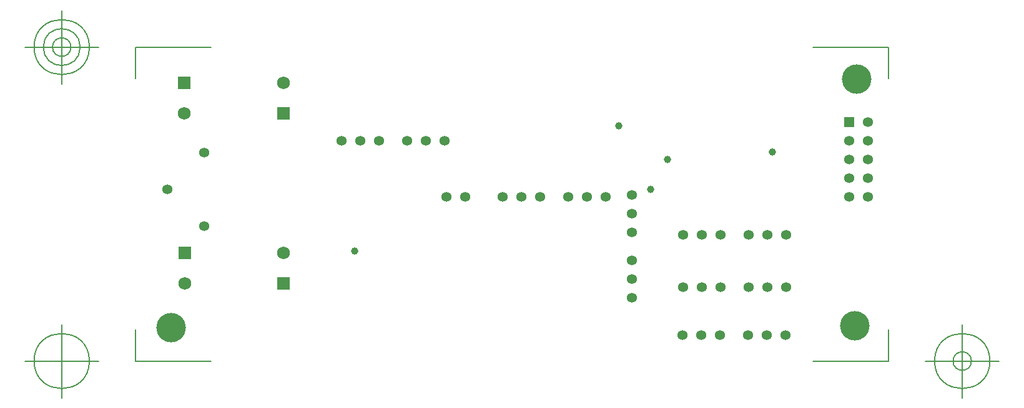
<source format=gbr>
G04 Generated by Ultiboard 14.0 *
%FSLAX34Y34*%
%MOMM*%

%ADD10C,0.0001*%
%ADD11C,0.1270*%
%ADD12C,1.0000*%
%ADD13C,1.3556*%
%ADD14R,1.3556X1.3556*%
%ADD15C,4.0000*%
%ADD16R,1.7526X1.7526*%
%ADD17C,1.7526*%


G04 ColorRGB 9900CC for the following layer *
%LNSolder Mask Bottom*%
%LPD*%
G54D10*
G54D11*
X-2540Y599440D02*
X-2540Y642113D01*
X-2540Y599440D02*
X99568Y599440D01*
X1018543Y599440D02*
X916435Y599440D01*
X1018543Y599440D02*
X1018543Y642113D01*
X1018543Y1026168D02*
X1018543Y983495D01*
X1018543Y1026168D02*
X916435Y1026168D01*
X-2540Y1026168D02*
X99568Y1026168D01*
X-2540Y1026168D02*
X-2540Y983495D01*
X-52540Y599440D02*
X-152540Y599440D01*
X-102540Y549440D02*
X-102540Y649440D01*
X-140040Y599440D02*
G75*
D01*
G02X-140040Y599440I37500J0*
G01*
X1068543Y599440D02*
X1168543Y599440D01*
X1118543Y549440D02*
X1118543Y649440D01*
X1081043Y599440D02*
G75*
D01*
G02X1081043Y599440I37500J0*
G01*
X1106043Y599440D02*
G75*
D01*
G02X1106043Y599440I12500J0*
G01*
X-52540Y1026168D02*
X-152540Y1026168D01*
X-102540Y976168D02*
X-102540Y1076168D01*
X-140040Y1026168D02*
G75*
D01*
G02X-140040Y1026168I37500J0*
G01*
X-127540Y1026168D02*
G75*
D01*
G02X-127540Y1026168I25000J0*
G01*
X-115040Y1026168D02*
G75*
D01*
G02X-115040Y1026168I12500J0*
G01*
G54D12*
X294640Y749300D03*
X718820Y873760D03*
X695960Y833120D03*
X861060Y883920D03*
X652780Y919480D03*
G54D13*
X965200Y899160D03*
X965200Y873760D03*
X965200Y848360D03*
X965200Y822960D03*
X990600Y924560D03*
X990600Y899160D03*
X990600Y873760D03*
X990600Y848360D03*
X990600Y822960D03*
X91040Y783120D03*
X91040Y883120D03*
X41040Y833120D03*
X739140Y635000D03*
X764540Y635000D03*
X789940Y635000D03*
X853440Y635000D03*
X878840Y635000D03*
X828040Y635000D03*
X740410Y699770D03*
X765810Y699770D03*
X791210Y699770D03*
X854710Y699770D03*
X880110Y699770D03*
X829310Y699770D03*
X740410Y770890D03*
X765810Y770890D03*
X791210Y770890D03*
X854710Y770890D03*
X880110Y770890D03*
X829310Y770890D03*
X495300Y822960D03*
X520700Y822960D03*
X546100Y822960D03*
X609600Y822960D03*
X635000Y822960D03*
X584200Y822960D03*
X670560Y825500D03*
X670560Y800100D03*
X670560Y774700D03*
X670560Y711200D03*
X670560Y685800D03*
X670560Y736600D03*
X276860Y899160D03*
X302260Y899160D03*
X327660Y899160D03*
X391160Y899160D03*
X416560Y899160D03*
X365760Y899160D03*
X419100Y822960D03*
X444500Y822960D03*
G54D14*
X965200Y924560D03*
G54D15*
X975360Y982980D03*
X972820Y647700D03*
X45720Y645160D03*
G54D16*
X63759Y977700D03*
X197759Y935680D03*
X64548Y746719D03*
X198548Y704699D03*
G54D17*
X197759Y977700D03*
X63759Y935680D03*
X198548Y746719D03*
X64548Y704699D03*

M02*

</source>
